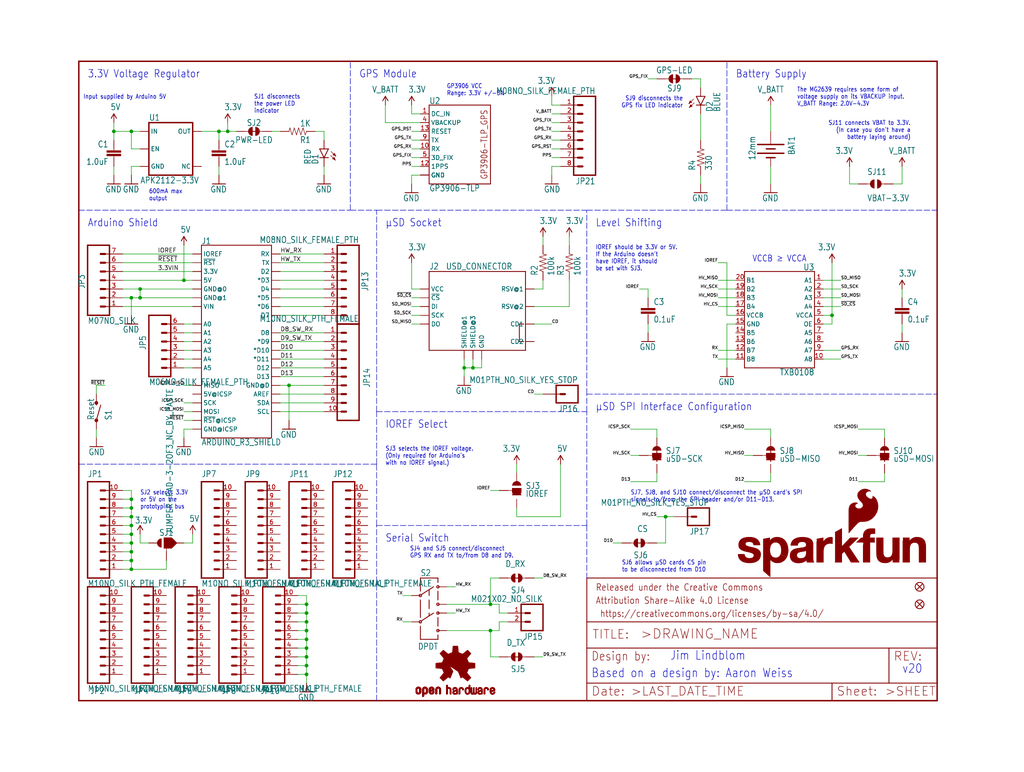
<source format=kicad_sch>
(kicad_sch (version 20211123) (generator eeschema)
  (paper "User" 297.002 223.926)
  (lib_symbols
    (symbol "eagleSchem-eagle-import:0.1UF-25V(+80{slash}-20%)(0603)"
      (property "Reference" "C" (at 1.524 2.921 0))
      (property "Value" "0.1UF-25V(+80{slash}-20%)(0603)" (at 1.524 -2.159 0))
      (symbol "0.1UF-25V(+80{slash}-20%)(0603)_1_0"
        (pin passive line (at 0 5.08 270) (length 2.54) (name "1") (number "1"))
        (pin passive line (at 0 -2.54 90) (length 2.54) (name "2") (number "2"))
      )
    )
    (symbol "eagleSchem-eagle-import:1.0UF-16V-10%(0603)"
      (property "Reference" "C" (at 1.524 2.921 0))
      (property "Value" "1.0UF-16V-10%(0603)" (at 1.524 -2.159 0))
      (symbol "1.0UF-16V-10%(0603)_1_0"
        (pin passive line (at 0 5.08 270) (length 2.54) (name "1") (number "1"))
        (pin passive line (at 0 -2.54 90) (length 2.54) (name "2") (number "2"))
      )
    )
    (symbol "eagleSchem-eagle-import:100KOHM-1{slash}10W-1%(0603)"
      (property "Reference" "R" (at -3.81 1.4986 0))
      (property "Value" "100KOHM-1{slash}10W-1%(0603)" (at -3.81 -3.302 0))
      (symbol "100KOHM-1{slash}10W-1%(0603)_1_0"
        (pin passive line (at -5.08 0 0) (length 2.54) (name "1") (number "1"))
        (pin passive line (at 5.08 0 180) (length 2.54) (name "2") (number "2"))
      )
    )
    (symbol "eagleSchem-eagle-import:1KOHM-1{slash}10W-1%(0603)"
      (property "Reference" "R" (at -3.81 1.4986 0))
      (property "Value" "1KOHM-1{slash}10W-1%(0603)" (at -3.81 -3.302 0))
      (symbol "1KOHM-1{slash}10W-1%(0603)_1_0"
        (pin passive line (at -5.08 0 0) (length 2.54) (name "1") (number "1"))
        (pin passive line (at 5.08 0 180) (length 2.54) (name "2") (number "2"))
      )
    )
    (symbol "eagleSchem-eagle-import:3.3V" (power)
      (property "Value" "3.3V" (at -1.016 3.556 0))
      (symbol "3.3V_1_0"
        (pin power_in line (at 0 0 90) (length 2.54) (name "3.3V") (number "1"))
      )
    )
    (symbol "eagleSchem-eagle-import:330OHM1{slash}10W1%(0603)"
      (property "Reference" "R" (at -3.81 1.4986 0))
      (property "Value" "330OHM1{slash}10W1%(0603)" (at -3.81 -3.302 0))
      (symbol "330OHM1{slash}10W1%(0603)_1_0"
        (pin passive line (at -5.08 0 0) (length 2.54) (name "1") (number "1"))
        (pin passive line (at 5.08 0 180) (length 2.54) (name "2") (number "2"))
      )
    )
    (symbol "eagleSchem-eagle-import:5V" (power)
      (property "Value" "5V" (at -1.016 3.556 0))
      (symbol "5V_1_0"
        (pin power_in line (at 0 0 90) (length 2.54) (name "5V") (number "1"))
      )
    )
    (symbol "eagleSchem-eagle-import:ARDUINO_R3_SHIELD_ICSP-NO_LABELS"
      (property "Reference" "J" (at -10.16 28.194 0))
      (property "Value" "ARDUINO_R3_SHIELD_ICSP-NO_LABELS" (at -10.16 -28.194 0))
      (symbol "ARDUINO_R3_SHIELD_ICSP-NO_LABELS_1_0"
        (pin bidirectional line (at -12.7 20.32 0) (length 2.54) (name "3.3V") (number "3.3V"))
        (pin bidirectional line (at -12.7 17.78 0) (length 2.54) (name "5V") (number "5V"))
        (pin bidirectional line (at -12.7 -15.24 0) (length 2.54) (name "5V@ICSP") (number "5V_ICSP"))
        (pin bidirectional line (at -12.7 5.08 0) (length 2.54) (name "A0") (number "A0"))
        (pin bidirectional line (at -12.7 2.54 0) (length 2.54) (name "A1") (number "A1"))
        (pin bidirectional line (at -12.7 0 0) (length 2.54) (name "A2") (number "A2"))
        (pin bidirectional line (at -12.7 -2.54 0) (length 2.54) (name "A3") (number "A3"))
        (pin bidirectional line (at -12.7 -5.08 0) (length 2.54) (name "A4") (number "A4"))
        (pin bidirectional line (at -12.7 -7.62 0) (length 2.54) (name "A5") (number "A5"))
        (pin bidirectional line (at 12.7 -15.24 180) (length 2.54) (name "AREF") (number "AREF"))
        (pin bidirectional line (at 12.7 -2.54 180) (length 2.54) (name "*D10") (number "D10"))
        (pin bidirectional line (at 12.7 -5.08 180) (length 2.54) (name "*D11") (number "D11"))
        (pin bidirectional line (at 12.7 -7.62 180) (length 2.54) (name "D12") (number "D12"))
        (pin bidirectional line (at 12.7 -10.16 180) (length 2.54) (name "D13") (number "D13"))
        (pin bidirectional line (at 12.7 20.32 180) (length 2.54) (name "D2") (number "D2"))
        (pin bidirectional line (at 12.7 17.78 180) (length 2.54) (name "*D3") (number "D3"))
        (pin bidirectional line (at 12.7 15.24 180) (length 2.54) (name "D4") (number "D4"))
        (pin bidirectional line (at 12.7 12.7 180) (length 2.54) (name "*D5") (number "D5"))
        (pin bidirectional line (at 12.7 10.16 180) (length 2.54) (name "*D6") (number "D6"))
        (pin bidirectional line (at 12.7 7.62 180) (length 2.54) (name "D7") (number "D7"))
        (pin bidirectional line (at 12.7 2.54 180) (length 2.54) (name "D8") (number "D8"))
        (pin bidirectional line (at 12.7 0 180) (length 2.54) (name "*D9") (number "D9"))
        (pin bidirectional line (at -12.7 15.24 0) (length 2.54) (name "GND@0") (number "GND@0"))
        (pin bidirectional line (at -12.7 12.7 0) (length 2.54) (name "GND@1") (number "GND@1"))
        (pin bidirectional line (at 12.7 -12.7 180) (length 2.54) (name "GND@D") (number "GND@2"))
        (pin bidirectional line (at -12.7 -25.4 0) (length 2.54) (name "GND@ICSP") (number "GND_ICSP"))
        (pin bidirectional line (at -12.7 25.4 0) (length 2.54) (name "IOREF") (number "IOREF"))
        (pin bidirectional line (at -12.7 -12.7 0) (length 2.54) (name "MISO") (number "MISO"))
        (pin bidirectional line (at -12.7 -20.32 0) (length 2.54) (name "MOSI") (number "MOSI"))
        (pin bidirectional line (at -12.7 22.86 0) (length 2.54) (name "~{RST}") (number "RES"))
        (pin bidirectional line (at -12.7 -22.86 0) (length 2.54) (name "~{RST}@ICSP") (number "RST_ICSP"))
        (pin bidirectional line (at 12.7 25.4 180) (length 2.54) (name "RX") (number "RX"))
        (pin bidirectional line (at -12.7 -17.78 0) (length 2.54) (name "SCK") (number "SCK"))
        (pin bidirectional line (at 12.7 -20.32 180) (length 2.54) (name "SCL") (number "SCL"))
        (pin bidirectional line (at 12.7 -17.78 180) (length 2.54) (name "SDA") (number "SDA"))
        (pin bidirectional line (at 12.7 22.86 180) (length 2.54) (name "TX") (number "TX"))
        (pin bidirectional line (at -12.7 10.16 0) (length 2.54) (name "VIN") (number "VIN"))
      )
    )
    (symbol "eagleSchem-eagle-import:BATTERY12MM"
      (property "Reference" "BAT" (at -3.81 5.08 0))
      (property "Value" "BATTERY12MM" (at -3.81 -6.35 0))
      (symbol "BATTERY12MM_1_0"
        (pin power_in line (at 5.08 0 180) (length 2.54) (name "-") (number "GND"))
        (pin power_in line (at -5.08 0 0) (length 2.54) (name "+") (number "PWR@1"))
      )
    )
    (symbol "eagleSchem-eagle-import:FIDUCIAL1X2")
    (symbol "eagleSchem-eagle-import:FRAME-LETTER"
      (symbol "FRAME-LETTER_2_0"
        (text " https://creativecommons.org/licenses/by-sa/4.0/" (at 2.54 24.13 0) (effects (font (size 1.9304 1.6408)) (justify left bottom)))
        (text ">DRAWING_NAME" (at 15.494 17.78 0) (effects (font (size 2.7432 2.7432)) (justify left bottom)))
        (text ">LAST_DATE_TIME" (at 12.7 1.27 0) (effects (font (size 2.54 2.54)) (justify left bottom)))
        (text ">SHEET" (at 86.36 1.27 0) (effects (font (size 2.54 2.54)) (justify left bottom)))
        (text "Attribution Share-Alike 4.0 License" (at 2.54 27.94 0) (effects (font (size 1.9304 1.6408)) (justify left bottom)))
        (text "Date:" (at 1.27 1.27 0) (effects (font (size 2.54 2.54)) (justify left bottom)))
        (text "Design by:" (at 1.27 11.43 0) (effects (font (size 2.54 2.159)) (justify left bottom)))
        (text "Released under the Creative Commons" (at 2.54 31.75 0) (effects (font (size 1.9304 1.6408)) (justify left bottom)))
        (text "REV:" (at 88.9 11.43 0) (effects (font (size 2.54 2.54)) (justify left bottom)))
        (text "Sheet:" (at 72.39 1.27 0) (effects (font (size 2.54 2.54)) (justify left bottom)))
        (text "TITLE:" (at 1.524 17.78 0) (effects (font (size 2.54 2.54)) (justify left bottom)))
      )
    )
    (symbol "eagleSchem-eagle-import:GND" (power)
      (property "Value" "GND" (at -2.54 -2.54 0))
      (symbol "GND_1_0"
        (pin power_in line (at 0 2.54 270) (length 2.54) (name "GND") (number "1"))
      )
    )
    (symbol "eagleSchem-eagle-import:GP3906-TLP"
      (property "Reference" "U" (at -10.16 12.954 0))
      (property "Value" "GP3906-TLP" (at -10.16 -10.414 0))
      (symbol "GP3906-TLP_1_0"
        (text "GP3906-TLP_GPS" (at 6.858 1.27 900) (effects (font (size 1.778 1.5113)) (justify bottom)))
        (pin bidirectional line (at -12.7 10.16 0) (length 2.54) (name "DC_IN") (number "1"))
        (pin bidirectional line (at -12.7 0 0) (length 2.54) (name "RX") (number "10"))
        (pin bidirectional line (at -12.7 -7.62 0) (length 2.54) (name "GND") (number "11"))
        (pin bidirectional line (at -12.7 -5.08 0) (length 2.54) (name "1PPS") (number "12"))
        (pin bidirectional line (at -12.7 5.08 0) (length 2.54) (name "RESET") (number "13"))
        (pin bidirectional line (at -12.7 -7.62 0) (length 2.54) (name "GND") (number "20"))
        (pin bidirectional line (at -12.7 -7.62 0) (length 2.54) (name "GND") (number "3"))
        (pin bidirectional line (at -12.7 7.62 0) (length 2.54) (name "VBACKUP") (number "4"))
        (pin bidirectional line (at -12.7 -2.54 0) (length 2.54) (name "3D_FIX") (number "5"))
        (pin bidirectional line (at -12.7 -7.62 0) (length 2.54) (name "GND") (number "8"))
        (pin bidirectional line (at -12.7 2.54 0) (length 2.54) (name "TX") (number "9"))
      )
    )
    (symbol "eagleSchem-eagle-import:JUMPER-PAD-2-NC_BY_TRACE"
      (property "Reference" "SJ" (at -2.54 2.54 0))
      (property "Value" "JUMPER-PAD-2-NC_BY_TRACE" (at -2.54 -5.08 0))
      (symbol "JUMPER-PAD-2-NC_BY_TRACE_1_0"
        (pin passive line (at -5.08 0 0) (length 2.54) (name "1") (number "1"))
        (pin passive line (at 5.08 0 180) (length 2.54) (name "2") (number "2"))
      )
    )
    (symbol "eagleSchem-eagle-import:JUMPER-PAD-2-NOYES_SILK"
      (property "Reference" "SJ" (at -2.54 2.54 0))
      (property "Value" "JUMPER-PAD-2-NOYES_SILK" (at -2.54 -5.08 0))
      (symbol "JUMPER-PAD-2-NOYES_SILK_1_0"
        (pin passive line (at -5.08 0 0) (length 2.54) (name "1") (number "1"))
        (pin passive line (at 5.08 0 180) (length 2.54) (name "2") (number "2"))
      )
    )
    (symbol "eagleSchem-eagle-import:JUMPER-PAD-3-2OF3_NC_BY_PASTE"
      (property "Reference" "SJ" (at 2.54 0.381 0))
      (property "Value" "JUMPER-PAD-3-2OF3_NC_BY_PASTE" (at 2.54 -1.905 0))
      (symbol "JUMPER-PAD-3-2OF3_NC_BY_PASTE_1_0"
        (pin passive line (at 0 5.08 270) (length 2.54) (name "1") (number "1"))
        (pin passive line (at -5.08 0 0) (length 2.54) (name "2") (number "2"))
        (pin passive line (at 0 -5.08 90) (length 2.54) (name "3") (number "3"))
      )
    )
    (symbol "eagleSchem-eagle-import:JUMPER-PAD-3-NC_BY_TRACE"
      (property "Reference" "SJ" (at 2.54 0.381 0))
      (property "Value" "JUMPER-PAD-3-NC_BY_TRACE" (at 2.54 -1.905 0))
      (symbol "JUMPER-PAD-3-NC_BY_TRACE_1_0"
        (pin passive line (at 0 5.08 270) (length 2.54) (name "1") (number "1"))
        (pin passive line (at -5.08 0 0) (length 2.54) (name "2") (number "2"))
        (pin passive line (at 0 -5.08 90) (length 2.54) (name "3") (number "3"))
      )
    )
    (symbol "eagleSchem-eagle-import:JUMPER-PAD-3-NOYES_SILK"
      (property "Reference" "SJ" (at 2.54 0.381 0))
      (property "Value" "JUMPER-PAD-3-NOYES_SILK" (at 2.54 -1.905 0))
      (symbol "JUMPER-PAD-3-NOYES_SILK_1_0"
        (pin passive line (at 0 5.08 270) (length 2.54) (name "1") (number "1"))
        (pin passive line (at -5.08 0 0) (length 2.54) (name "2") (number "2"))
        (pin passive line (at 0 -5.08 90) (length 2.54) (name "3") (number "3"))
      )
    )
    (symbol "eagleSchem-eagle-import:LED-BLUE0603"
      (property "Reference" "D" (at 3.556 -4.572 90))
      (property "Value" "LED-BLUE0603" (at 5.715 -4.572 90))
      (symbol "LED-BLUE0603_1_0"
        (pin passive line (at 0 2.54 270) (length 2.54) (name "A") (number "A"))
        (pin passive line (at 0 -5.08 90) (length 2.54) (name "C") (number "C"))
      )
    )
    (symbol "eagleSchem-eagle-import:LED-RED0603"
      (property "Reference" "D" (at 3.556 -4.572 90))
      (property "Value" "LED-RED0603" (at 5.715 -4.572 90))
      (symbol "LED-RED0603_1_0"
        (pin passive line (at 0 2.54 270) (length 2.54) (name "A") (number "A"))
        (pin passive line (at 0 -5.08 90) (length 2.54) (name "C") (number "C"))
      )
    )
    (symbol "eagleSchem-eagle-import:M01PTH_NO_SILK_YES_STOP"
      (property "Reference" "JP" (at -2.54 3.302 0))
      (property "Value" "M01PTH_NO_SILK_YES_STOP" (at -2.54 -5.08 0))
      (symbol "M01PTH_NO_SILK_YES_STOP_1_0"
        (pin passive line (at 7.62 0 180) (length 5.08) (name "1") (number "1"))
      )
    )
    (symbol "eagleSchem-eagle-import:M021X02_NO_SILK"
      (property "Reference" "JP" (at -2.54 5.842 0))
      (property "Value" "M021X02_NO_SILK" (at -2.54 -5.08 0))
      (symbol "M021X02_NO_SILK_1_0"
        (pin passive line (at 7.62 0 180) (length 5.08) (name "1") (number "1"))
        (pin passive line (at 7.62 2.54 180) (length 5.08) (name "2") (number "2"))
      )
    )
    (symbol "eagleSchem-eagle-import:M06NO_SILK_FEMALE_PTH"
      (property "Reference" "JP" (at -5.08 10.922 0))
      (property "Value" "M06NO_SILK_FEMALE_PTH" (at -5.08 -10.16 0))
      (symbol "M06NO_SILK_FEMALE_PTH_1_0"
        (pin passive line (at 5.08 -5.08 180) (length 5.08) (name "1") (number "1"))
        (pin passive line (at 5.08 -2.54 180) (length 5.08) (name "2") (number "2"))
        (pin passive line (at 5.08 0 180) (length 5.08) (name "3") (number "3"))
        (pin passive line (at 5.08 2.54 180) (length 5.08) (name "4") (number "4"))
        (pin passive line (at 5.08 5.08 180) (length 5.08) (name "5") (number "5"))
        (pin passive line (at 5.08 7.62 180) (length 5.08) (name "6") (number "6"))
      )
    )
    (symbol "eagleSchem-eagle-import:M07NO_SILK"
      (property "Reference" "JP" (at -5.08 13.462 0))
      (property "Value" "M07NO_SILK" (at -5.08 -10.16 0))
      (symbol "M07NO_SILK_1_0"
        (pin passive line (at 5.08 -5.08 180) (length 5.08) (name "1") (number "1"))
        (pin passive line (at 5.08 -2.54 180) (length 5.08) (name "2") (number "2"))
        (pin passive line (at 5.08 0 180) (length 5.08) (name "3") (number "3"))
        (pin passive line (at 5.08 2.54 180) (length 5.08) (name "4") (number "4"))
        (pin passive line (at 5.08 5.08 180) (length 5.08) (name "5") (number "5"))
        (pin passive line (at 5.08 7.62 180) (length 5.08) (name "6") (number "6"))
        (pin passive line (at 5.08 10.16 180) (length 5.08) (name "7") (number "7"))
      )
    )
    (symbol "eagleSchem-eagle-import:M08NO_SILK_FEMALE_PTH"
      (property "Reference" "JP" (at -5.08 13.462 0))
      (property "Value" "M08NO_SILK_FEMALE_PTH" (at -5.08 -12.7 0))
      (symbol "M08NO_SILK_FEMALE_PTH_1_0"
        (pin passive line (at 5.08 -7.62 180) (length 5.08) (name "1") (number "1"))
        (pin passive line (at 5.08 -5.08 180) (length 5.08) (name "2") (number "2"))
        (pin passive line (at 5.08 -2.54 180) (length 5.08) (name "3") (number "3"))
        (pin passive line (at 5.08 0 180) (length 5.08) (name "4") (number "4"))
        (pin passive line (at 5.08 2.54 180) (length 5.08) (name "5") (number "5"))
        (pin passive line (at 5.08 5.08 180) (length 5.08) (name "6") (number "6"))
        (pin passive line (at 5.08 7.62 180) (length 5.08) (name "7") (number "7"))
        (pin passive line (at 5.08 10.16 180) (length 5.08) (name "8") (number "8"))
      )
    )
    (symbol "eagleSchem-eagle-import:M10NO_SILK_PTH_FEMALE"
      (property "Reference" "JP" (at 0 8.89 0))
      (property "Value" "M10NO_SILK_PTH_FEMALE" (at 0 -22.86 0))
      (symbol "M10NO_SILK_PTH_FEMALE_1_0"
        (pin passive line (at 10.16 -17.78 180) (length 5.08) (name "1") (number "1"))
        (pin passive line (at 10.16 5.08 180) (length 5.08) (name "10") (number "10"))
        (pin passive line (at 10.16 -15.24 180) (length 5.08) (name "2") (number "2"))
        (pin passive line (at 10.16 -12.7 180) (length 5.08) (name "3") (number "3"))
        (pin passive line (at 10.16 -10.16 180) (length 5.08) (name "4") (number "4"))
        (pin passive line (at 10.16 -7.62 180) (length 5.08) (name "5") (number "5"))
        (pin passive line (at 10.16 -5.08 180) (length 5.08) (name "6") (number "6"))
        (pin passive line (at 10.16 -2.54 180) (length 5.08) (name "7") (number "7"))
        (pin passive line (at 10.16 0 180) (length 5.08) (name "8") (number "8"))
        (pin passive line (at 10.16 2.54 180) (length 5.08) (name "9") (number "9"))
      )
    )
    (symbol "eagleSchem-eagle-import:OSHW-LOGOM")
    (symbol "eagleSchem-eagle-import:SFE_LOGO_NAME_FLAME.1_INCH")
    (symbol "eagleSchem-eagle-import:SWITCH-DPDTAYZ0202"
      (property "Reference" "S" (at -2.54 8.128 0))
      (property "Value" "SWITCH-DPDTAYZ0202" (at -2.54 -12.7 0))
      (symbol "SWITCH-DPDTAYZ0202_1_0"
        (pin bidirectional line (at 5.08 5.08 180) (length 2.54) (name "1") (number "1"))
        (pin bidirectional line (at -5.08 2.54 0) (length 2.54) (name "2") (number "2"))
        (pin bidirectional line (at 5.08 0 180) (length 2.54) (name "3") (number "3"))
        (pin bidirectional line (at 5.08 -2.54 180) (length 2.54) (name "4") (number "4"))
        (pin bidirectional line (at -5.08 -5.08 0) (length 2.54) (name "5") (number "5"))
        (pin bidirectional line (at 5.08 -7.62 180) (length 2.54) (name "6") (number "6"))
      )
    )
    (symbol "eagleSchem-eagle-import:SWITCH-MOMENTARY-2SMD"
      (property "Reference" "S" (at -2.54 2.54 0))
      (property "Value" "SWITCH-MOMENTARY-2SMD" (at -2.54 -2.54 0))
      (symbol "SWITCH-MOMENTARY-2SMD_1_0"
        (pin passive line (at -5.08 0 0) (length 2.54) (name "1") (number "1"))
        (pin passive line (at 5.08 0 180) (length 2.54) (name "2") (number "3"))
      )
    )
    (symbol "eagleSchem-eagle-import:TXB0108"
      (property "Reference" "U" (at -10.16 13.97 0))
      (property "Value" "TXB0108" (at -10.16 -16.51 0))
      (symbol "TXB0108_1_0"
        (pin bidirectional line (at -12.7 10.16 0) (length 2.54) (name "A1") (number "1"))
        (pin bidirectional line (at -12.7 -12.7 0) (length 2.54) (name "A8") (number "10"))
        (pin bidirectional line (at 12.7 -12.7 180) (length 2.54) (name "B8") (number "11"))
        (pin bidirectional line (at 12.7 -10.16 180) (length 2.54) (name "B7") (number "12"))
        (pin bidirectional line (at 12.7 -7.62 180) (length 2.54) (name "B6") (number "13"))
        (pin bidirectional line (at 12.7 -5.08 180) (length 2.54) (name "B5") (number "14"))
        (pin bidirectional line (at 12.7 -2.54 180) (length 2.54) (name "GND") (number "15"))
        (pin bidirectional line (at 12.7 0 180) (length 2.54) (name "VCCB") (number "16"))
        (pin bidirectional line (at 12.7 2.54 180) (length 2.54) (name "B4") (number "17"))
        (pin bidirectional line (at 12.7 5.08 180) (length 2.54) (name "B3") (number "18"))
        (pin bidirectional line (at 12.7 7.62 180) (length 2.54) (name "B2") (number "19"))
        (pin bidirectional line (at -12.7 7.62 0) (length 2.54) (name "A2") (number "2"))
        (pin bidirectional line (at 12.7 10.16 180) (length 2.54) (name "B1") (number "20"))
        (pin bidirectional line (at -12.7 5.08 0) (length 2.54) (name "A3") (number "3"))
        (pin bidirectional line (at -12.7 2.54 0) (length 2.54) (name "A4") (number "4"))
        (pin bidirectional line (at -12.7 0 0) (length 2.54) (name "VCCA") (number "5"))
        (pin bidirectional line (at -12.7 -2.54 0) (length 2.54) (name "OE") (number "6"))
        (pin bidirectional line (at -12.7 -5.08 0) (length 2.54) (name "A5") (number "7"))
        (pin bidirectional line (at -12.7 -7.62 0) (length 2.54) (name "A6") (number "8"))
        (pin bidirectional line (at -12.7 -10.16 0) (length 2.54) (name "A7") (number "9"))
      )
    )
    (symbol "eagleSchem-eagle-import:USD_CONNECTOR"
      (property "Reference" "J" (at -12.7 10.668 0))
      (property "Value" "USD_CONNECTOR" (at -7.874 10.668 0))
      (symbol "USD_CONNECTOR_1_0"
        (pin bidirectional line (at 17.78 -5.08 180) (length 2.54) (name "CD1") (number "CD1"))
        (pin bidirectional line (at 17.78 -10.16 180) (length 2.54) (name "CD2") (number "CD2"))
        (pin bidirectional line (at -15.24 2.54 0) (length 2.54) (name "~{CS}") (number "CS"))
        (pin bidirectional line (at -15.24 0 0) (length 2.54) (name "DI") (number "DI"))
        (pin bidirectional line (at -15.24 -5.08 0) (length 2.54) (name "DO") (number "DO"))
        (pin bidirectional line (at 2.54 -15.24 90) (length 2.54) (name "GND") (number "GND"))
        (pin bidirectional line (at -2.54 -15.24 90) (length 2.54) (name "SHIELD@1") (number "GND1"))
        (pin bidirectional line (at 0 -15.24 90) (length 2.54) (name "SHIELD@3") (number "GND3"))
        (pin bidirectional line (at 17.78 5.08 180) (length 2.54) (name "RSV@1") (number "RSV1"))
        (pin bidirectional line (at 17.78 0 180) (length 2.54) (name "RSV@2") (number "RSV2"))
        (pin bidirectional line (at -15.24 -2.54 0) (length 2.54) (name "SCK") (number "SCLK"))
        (pin bidirectional line (at -15.24 5.08 0) (length 2.54) (name "VCC") (number "VCC"))
      )
    )
    (symbol "eagleSchem-eagle-import:V_BATT" (power)
      (property "Value" "V_BATT" (at -1.016 3.556 0))
      (symbol "V_BATT_1_0"
        (pin power_in line (at 0 0 90) (length 2.54) (name "V_BATT") (number "1"))
      )
    )
    (symbol "eagleSchem-eagle-import:V_REG_AP2112K-3.3V"
      (property "Reference" "U" (at -7.62 9.144 0))
      (property "Value" "V_REG_AP2112K-3.3V" (at -7.62 -11.43 0))
      (symbol "V_REG_AP2112K-3.3V_1_0"
        (pin input line (at -10.16 5.08 0) (length 2.54) (name "IN") (number "1"))
        (pin input line (at -10.16 -5.08 0) (length 2.54) (name "GND") (number "2"))
        (pin input line (at -10.16 0 0) (length 2.54) (name "EN") (number "3"))
        (pin input line (at 7.62 -5.08 180) (length 2.54) (name "NC") (number "4"))
        (pin passive line (at 7.62 5.08 180) (length 2.54) (name "OUT") (number "5"))
      )
    )
  )
  (junction (at 38.1 162.56))
  (junction (at 88.9 177.8))
  (junction (at 53.34 81.28))
  (junction (at 137.16 106.68))
  (junction (at 88.9 182.88))
  (junction (at 88.9 187.96))
  (junction (at 66.04 38.1))
  (junction (at 88.9 180.34))
  (junction (at 193.04 149.86))
  (junction (at 38.1 157.48))
  (junction (at 63.5 38.1))
  (junction (at 88.9 175.26))
  (junction (at 38.1 147.32))
  (junction (at 38.1 144.78))
  (junction (at 40.64 86.36))
  (junction (at 88.9 193.04))
  (junction (at 38.1 160.02))
  (junction (at 38.1 38.1))
  (junction (at 241.3 91.44))
  (junction (at 142.24 175.26))
  (junction (at 40.64 83.82))
  (junction (at 38.1 152.4))
  (junction (at 83.82 111.76))
  (junction (at 142.24 182.88))
  (junction (at 33.02 38.1))
  (junction (at 88.9 185.42))
  (junction (at 38.1 86.36))
  (junction (at 134.62 106.68))
  (junction (at 88.9 190.5))
  (junction (at 38.1 149.86))
  (junction (at 88.9 195.58))
  (junction (at 38.1 165.1))
  (junction (at 38.1 154.94))
  (wire (pts (xy 223.52 127) (xy 223.52 124.46)))
  (wire (pts (xy 35.56 78.74) (xy 55.88 78.74)))
  (wire (pts (xy 40.64 83.82) (xy 55.88 83.82)))
  (wire (pts (xy 88.9 180.34) (xy 88.9 182.88)))
  (polyline (pts (xy 109.22 60.96) (xy 170.18 60.96)))
  (wire (pts (xy 63.5 50.8) (xy 63.5 48.26)))
  (wire (pts (xy 121.92 33.02) (xy 119.38 33.02)))
  (wire (pts (xy 203.2 22.86) (xy 203.2 25.4)))
  (polyline (pts (xy 109.22 119.38) (xy 109.22 60.96)))
  (wire (pts (xy 93.98 99.06) (xy 81.28 99.06)))
  (wire (pts (xy 27.94 111.76) (xy 30.48 111.76)))
  (polyline (pts (xy 109.22 134.62) (xy 22.86 134.62)))
  (wire (pts (xy 38.1 43.18) (xy 38.1 38.1)))
  (wire (pts (xy 251.46 132.08) (xy 248.92 132.08)))
  (wire (pts (xy 160.02 93.98) (xy 154.94 93.98)))
  (wire (pts (xy 256.54 127) (xy 256.54 124.46)))
  (wire (pts (xy 162.56 48.26) (xy 160.02 48.26)))
  (wire (pts (xy 86.36 185.42) (xy 88.9 185.42)))
  (wire (pts (xy 35.56 144.78) (xy 38.1 144.78)))
  (wire (pts (xy 35.56 149.86) (xy 38.1 149.86)))
  (polyline (pts (xy 22.86 60.96) (xy 101.6 60.96)))
  (wire (pts (xy 238.76 91.44) (xy 241.3 91.44)))
  (wire (pts (xy 144.78 167.64) (xy 142.24 167.64)))
  (wire (pts (xy 193.04 149.86) (xy 190.5 149.86)))
  (polyline (pts (xy 109.22 203.2) (xy 109.22 152.4)))
  (wire (pts (xy 129.54 177.8) (xy 132.08 177.8)))
  (polyline (pts (xy 170.18 114.3) (xy 170.18 60.96)))
  (wire (pts (xy 139.7 106.68) (xy 137.16 106.68)))
  (wire (pts (xy 53.34 124.46) (xy 53.34 127)))
  (wire (pts (xy 88.9 185.42) (xy 88.9 187.96)))
  (wire (pts (xy 213.36 83.82) (xy 208.28 83.82)))
  (wire (pts (xy 238.76 104.14) (xy 243.84 104.14)))
  (polyline (pts (xy 101.6 60.96) (xy 109.22 60.96)))
  (wire (pts (xy 238.76 81.28) (xy 243.84 81.28)))
  (wire (pts (xy 55.88 111.76) (xy 53.34 111.76)))
  (wire (pts (xy 58.42 38.1) (xy 63.5 38.1)))
  (wire (pts (xy 223.52 139.7) (xy 215.9 139.7)))
  (wire (pts (xy 93.98 73.66) (xy 81.28 73.66)))
  (wire (pts (xy 38.1 86.36) (xy 38.1 91.44)))
  (wire (pts (xy 86.36 175.26) (xy 88.9 175.26)))
  (wire (pts (xy 33.02 38.1) (xy 33.02 35.56)))
  (wire (pts (xy 154.94 83.82) (xy 157.48 83.82)))
  (wire (pts (xy 180.34 157.48) (xy 177.8 157.48)))
  (wire (pts (xy 121.92 83.82) (xy 119.38 83.82)))
  (wire (pts (xy 55.88 119.38) (xy 53.34 119.38)))
  (wire (pts (xy 93.98 116.84) (xy 81.28 116.84)))
  (wire (pts (xy 210.82 91.44) (xy 210.82 76.2)))
  (wire (pts (xy 154.94 190.5) (xy 157.48 190.5)))
  (wire (pts (xy 88.9 177.8) (xy 88.9 180.34)))
  (wire (pts (xy 193.04 157.48) (xy 193.04 149.86)))
  (polyline (pts (xy 101.6 60.96) (xy 101.6 17.78)))
  (wire (pts (xy 38.1 160.02) (xy 38.1 157.48)))
  (wire (pts (xy 93.98 83.82) (xy 81.28 83.82)))
  (wire (pts (xy 43.18 157.48) (xy 40.64 157.48)))
  (wire (pts (xy 119.38 180.34) (xy 116.84 180.34)))
  (wire (pts (xy 86.36 187.96) (xy 88.9 187.96)))
  (wire (pts (xy 203.2 50.8) (xy 203.2 53.34)))
  (wire (pts (xy 38.1 48.26) (xy 38.1 50.8)))
  (wire (pts (xy 190.5 139.7) (xy 182.88 139.7)))
  (wire (pts (xy 35.56 83.82) (xy 40.64 83.82)))
  (wire (pts (xy 190.5 137.16) (xy 190.5 139.7)))
  (wire (pts (xy 93.98 114.3) (xy 81.28 114.3)))
  (wire (pts (xy 210.82 76.2) (xy 208.28 76.2)))
  (wire (pts (xy 162.56 40.64) (xy 160.02 40.64)))
  (wire (pts (xy 142.24 190.5) (xy 144.78 190.5)))
  (polyline (pts (xy 170.18 119.38) (xy 170.18 114.3)))
  (wire (pts (xy 137.16 106.68) (xy 134.62 106.68)))
  (wire (pts (xy 35.56 157.48) (xy 38.1 157.48)))
  (wire (pts (xy 93.98 104.14) (xy 81.28 104.14)))
  (wire (pts (xy 93.98 111.76) (xy 83.82 111.76)))
  (polyline (pts (xy 170.18 60.96) (xy 210.82 60.96)))
  (polyline (pts (xy 109.22 152.4) (xy 170.18 152.4)))
  (wire (pts (xy 83.82 121.92) (xy 83.82 111.76)))
  (wire (pts (xy 38.1 157.48) (xy 38.1 154.94)))
  (wire (pts (xy 53.34 99.06) (xy 55.88 99.06)))
  (wire (pts (xy 86.36 195.58) (xy 88.9 195.58)))
  (wire (pts (xy 53.34 157.48) (xy 55.88 157.48)))
  (wire (pts (xy 35.56 154.94) (xy 38.1 154.94)))
  (wire (pts (xy 121.92 86.36) (xy 119.38 86.36)))
  (wire (pts (xy 55.88 121.92) (xy 53.34 121.92)))
  (wire (pts (xy 53.34 104.14) (xy 55.88 104.14)))
  (polyline (pts (xy 210.82 60.96) (xy 210.82 17.78)))
  (wire (pts (xy 213.36 93.98) (xy 210.82 93.98)))
  (wire (pts (xy 55.88 157.48) (xy 55.88 154.94)))
  (wire (pts (xy 256.54 139.7) (xy 248.92 139.7)))
  (wire (pts (xy 187.96 93.98) (xy 187.96 96.52)))
  (wire (pts (xy 213.36 91.44) (xy 210.82 91.44)))
  (wire (pts (xy 190.5 124.46) (xy 182.88 124.46)))
  (wire (pts (xy 200.66 22.86) (xy 203.2 22.86)))
  (wire (pts (xy 241.3 91.44) (xy 241.3 76.2)))
  (wire (pts (xy 119.38 83.82) (xy 119.38 76.2)))
  (wire (pts (xy 66.04 38.1) (xy 68.58 38.1)))
  (wire (pts (xy 27.94 127) (xy 27.94 124.46)))
  (wire (pts (xy 55.88 124.46) (xy 53.34 124.46)))
  (wire (pts (xy 213.36 101.6) (xy 208.28 101.6)))
  (wire (pts (xy 88.9 175.26) (xy 88.9 177.8)))
  (wire (pts (xy 193.04 149.86) (xy 195.58 149.86)))
  (polyline (pts (xy 170.18 114.3) (xy 271.78 114.3)))
  (wire (pts (xy 93.98 81.28) (xy 81.28 81.28)))
  (wire (pts (xy 121.92 88.9) (xy 119.38 88.9)))
  (wire (pts (xy 63.5 38.1) (xy 63.5 40.64)))
  (wire (pts (xy 93.98 109.22) (xy 81.28 109.22)))
  (wire (pts (xy 88.9 195.58) (xy 88.9 198.12)))
  (wire (pts (xy 35.56 88.9) (xy 55.88 88.9)))
  (wire (pts (xy 35.56 76.2) (xy 55.88 76.2)))
  (wire (pts (xy 93.98 106.68) (xy 81.28 106.68)))
  (wire (pts (xy 248.92 53.34) (xy 246.38 53.34)))
  (wire (pts (xy 144.78 182.88) (xy 142.24 182.88)))
  (wire (pts (xy 238.76 101.6) (xy 243.84 101.6)))
  (wire (pts (xy 119.38 172.72) (xy 116.84 172.72)))
  (wire (pts (xy 213.36 86.36) (xy 208.28 86.36)))
  (wire (pts (xy 139.7 104.14) (xy 139.7 106.68)))
  (wire (pts (xy 38.1 149.86) (xy 38.1 147.32)))
  (wire (pts (xy 93.98 91.44) (xy 81.28 91.44)))
  (wire (pts (xy 38.1 38.1) (xy 33.02 38.1)))
  (polyline (pts (xy 109.22 134.62) (xy 109.22 119.38)))
  (wire (pts (xy 48.26 165.1) (xy 38.1 165.1)))
  (wire (pts (xy 157.48 68.58) (xy 157.48 71.12)))
  (wire (pts (xy 93.98 101.6) (xy 81.28 101.6)))
  (wire (pts (xy 223.52 124.46) (xy 215.9 124.46)))
  (wire (pts (xy 162.56 38.1) (xy 160.02 38.1)))
  (wire (pts (xy 259.08 53.34) (xy 261.62 53.34)))
  (wire (pts (xy 129.54 182.88) (xy 142.24 182.88)))
  (wire (pts (xy 38.1 86.36) (xy 40.64 86.36)))
  (wire (pts (xy 35.56 160.02) (xy 38.1 160.02)))
  (wire (pts (xy 162.56 33.02) (xy 160.02 33.02)))
  (wire (pts (xy 86.36 182.88) (xy 88.9 182.88)))
  (wire (pts (xy 38.1 165.1) (xy 38.1 162.56)))
  (wire (pts (xy 165.1 68.58) (xy 165.1 71.12)))
  (wire (pts (xy 38.1 144.78) (xy 38.1 142.24)))
  (wire (pts (xy 121.92 48.26) (xy 119.38 48.26)))
  (wire (pts (xy 93.98 86.36) (xy 81.28 86.36)))
  (wire (pts (xy 154.94 114.3) (xy 157.48 114.3)))
  (wire (pts (xy 53.34 106.68) (xy 55.88 106.68)))
  (wire (pts (xy 185.42 132.08) (xy 182.88 132.08)))
  (wire (pts (xy 121.92 43.18) (xy 119.38 43.18)))
  (wire (pts (xy 238.76 93.98) (xy 241.3 93.98)))
  (wire (pts (xy 121.92 93.98) (xy 119.38 93.98)))
  (wire (pts (xy 213.36 88.9) (xy 208.28 88.9)))
  (wire (pts (xy 86.36 172.72) (xy 88.9 172.72)))
  (wire (pts (xy 40.64 157.48) (xy 40.64 154.94)))
  (wire (pts (xy 81.28 38.1) (xy 78.74 38.1)))
  (wire (pts (xy 190.5 157.48) (xy 193.04 157.48)))
  (polyline (pts (xy 109.22 119.38) (xy 170.18 119.38)))
  (wire (pts (xy 149.86 149.86) (xy 162.56 149.86)))
  (wire (pts (xy 53.34 81.28) (xy 55.88 81.28)))
  (wire (pts (xy 35.56 142.24) (xy 38.1 142.24)))
  (wire (pts (xy 111.76 35.56) (xy 111.76 30.48)))
  (wire (pts (xy 38.1 152.4) (xy 38.1 149.86)))
  (wire (pts (xy 149.86 137.16) (xy 149.86 134.62)))
  (wire (pts (xy 162.56 30.48) (xy 160.02 30.48)))
  (wire (pts (xy 35.56 86.36) (xy 38.1 86.36)))
  (wire (pts (xy 154.94 88.9) (xy 165.1 88.9)))
  (wire (pts (xy 246.38 53.34) (xy 246.38 48.26)))
  (wire (pts (xy 53.34 93.98) (xy 55.88 93.98)))
  (wire (pts (xy 55.88 116.84) (xy 53.34 116.84)))
  (wire (pts (xy 256.54 124.46) (xy 248.92 124.46)))
  (wire (pts (xy 53.34 81.28) (xy 53.34 71.12)))
  (wire (pts (xy 93.98 38.1) (xy 93.98 40.64)))
  (wire (pts (xy 162.56 35.56) (xy 160.02 35.56)))
  (wire (pts (xy 86.36 177.8) (xy 88.9 177.8)))
  (wire (pts (xy 147.32 180.34) (xy 144.78 180.34)))
  (wire (pts (xy 35.56 162.56) (xy 38.1 162.56)))
  (wire (pts (xy 35.56 152.4) (xy 38.1 152.4)))
  (wire (pts (xy 154.94 167.64) (xy 157.48 167.64)))
  (wire (pts (xy 162.56 45.72) (xy 160.02 45.72)))
  (wire (pts (xy 238.76 83.82) (xy 243.84 83.82)))
  (wire (pts (xy 93.98 88.9) (xy 81.28 88.9)))
  (wire (pts (xy 53.34 96.52) (xy 55.88 96.52)))
  (wire (pts (xy 134.62 104.14) (xy 134.62 106.68)))
  (polyline (pts (xy 170.18 152.4) (xy 170.18 119.38)))
  (wire (pts (xy 93.98 119.38) (xy 81.28 119.38)))
  (wire (pts (xy 157.48 83.82) (xy 157.48 81.28)))
  (wire (pts (xy 86.36 190.5) (xy 88.9 190.5)))
  (wire (pts (xy 121.92 91.44) (xy 119.38 91.44)))
  (wire (pts (xy 144.78 142.24) (xy 142.24 142.24)))
  (wire (pts (xy 165.1 88.9) (xy 165.1 81.28)))
  (wire (pts (xy 83.82 111.76) (xy 81.28 111.76)))
  (polyline (pts (xy 210.82 60.96) (xy 271.78 60.96)))
  (polyline (pts (xy 109.22 152.4) (xy 109.22 134.62)))
  (wire (pts (xy 187.96 86.36) (xy 187.96 83.82)))
  (wire (pts (xy 210.82 93.98) (xy 210.82 106.68)))
  (wire (pts (xy 35.56 81.28) (xy 53.34 81.28)))
  (wire (pts (xy 66.04 38.1) (xy 66.04 35.56)))
  (wire (pts (xy 121.92 50.8) (xy 119.38 50.8)))
  (wire (pts (xy 35.56 73.66) (xy 55.88 73.66)))
  (wire (pts (xy 88.9 193.04) (xy 88.9 195.58)))
  (wire (pts (xy 121.92 35.56) (xy 111.76 35.56)))
  (wire (pts (xy 238.76 88.9) (xy 243.84 88.9)))
  (wire (pts (xy 142.24 167.64) (xy 142.24 175.26)))
  (wire (pts (xy 142.24 182.88) (xy 142.24 190.5)))
  (wire (pts (xy 86.36 180.34) (xy 88.9 180.34)))
  (wire (pts (xy 38.1 162.56) (xy 38.1 160.02)))
  (wire (pts (xy 129.54 170.18) (xy 132.08 170.18)))
  (wire (pts (xy 93.98 48.26) (xy 93.98 50.8)))
  (wire (pts (xy 190.5 127) (xy 190.5 124.46)))
  (wire (pts (xy 218.44 132.08) (xy 215.9 132.08)))
  (wire (pts (xy 162.56 149.86) (xy 162.56 134.62)))
  (wire (pts (xy 121.92 38.1) (xy 119.38 38.1)))
  (wire (pts (xy 190.5 22.86) (xy 187.96 22.86)))
  (wire (pts (xy 40.64 86.36) (xy 55.88 86.36)))
  (wire (pts (xy 149.86 147.32) (xy 149.86 149.86)))
  (wire (pts (xy 144.78 180.34) (xy 144.78 182.88)))
  (polyline (pts (xy 170.18 152.4) (xy 170.18 167.64)))
  (wire (pts (xy 38.1 147.32) (xy 38.1 144.78)))
  (wire (pts (xy 40.64 83.82) (xy 40.64 86.36)))
  (wire (pts (xy 187.96 83.82) (xy 185.42 83.82)))
  (wire (pts (xy 261.62 53.34) (xy 261.62 48.26)))
  (wire (pts (xy 35.56 147.32) (xy 38.1 147.32)))
  (wire (pts (xy 142.24 175.26) (xy 129.54 175.26)))
  (wire (pts (xy 144.78 177.8) (xy 147.32 177.8)))
  (wire (pts (xy 134.62 106.68) (xy 134.62 109.22)))
  (wire (pts (xy 261.62 96.52) (xy 261.62 93.98)))
  (wire (pts (xy 203.2 40.64) (xy 203.2 33.02)))
  (wire (pts (xy 88.9 172.72) (xy 88.9 175.26)))
  (wire (pts (xy 88.9 190.5) (xy 88.9 193.04)))
  (wire (pts (xy 213.36 104.14) (xy 208.28 104.14)))
  (wire (pts (xy 223.52 48.26) (xy 223.52 53.34)))
  (wire (pts (xy 91.44 38.1) (xy 93.98 38.1)))
  (wire (pts (xy 160.02 48.26) (xy 160.02 50.8)))
  (wire (pts (xy 93.98 76.2) (xy 81.28 76.2)))
  (wire (pts (xy 33.02 38.1) (xy 33.02 40.64)))
  (wire (pts (xy 33.02 50.8) (xy 33.02 48.26)))
  (wire (pts (xy 93.98 96.52) (xy 81.28 96.52)))
  (wire (pts (xy 256.54 137.16) (xy 256.54 139.7)))
  (wire (pts (xy 121.92 40.64) (xy 119.38 40.64)))
  (wire (pts (xy 213.36 81.28) (xy 208.28 81.28)))
  (wire (pts (xy 223.52 137.16) (xy 223.52 139.7)))
  (wire (pts (xy 119.38 33.02) (xy 119.38 30.48)))
  (wire (pts (xy 40.64 43.18) (xy 38.1 43.18)))
  (wire (pts (xy 137.16 104.14) (xy 137.16 106.68)))
  (wire (pts (xy 53.34 101.6) (xy 55.88 101.6)))
  (wire (pts (xy 48.26 162.56) (xy 48.26 165.1)))
  (wire (pts (xy 93.98 78.74) (xy 81.28 78.74)))
  (wire (pts (xy 261.62 86.36) (xy 261.62 83.82)))
  (wire (pts (xy 86.36 193.04) (xy 88.9 193.04)))
  (wire (pts (xy 144.78 175.26) (xy 144.78 177.8)))
  (wire (pts (xy 27.94 114.3) (xy 27.94 111.76)))
  (wire (pts (xy 38.1 154.94) (xy 38.1 152.4)))
  (wire (pts (xy 119.38 50.8) (xy 119.38 53.34)))
  (wire (pts (xy 63.5 38.1) (xy 66.04 38.1)))
  (wire (pts (xy 142.24 175.26) (xy 144.78 175.26)))
  (wire (pts (xy 223.52 38.1) (xy 223.52 30.48)))
  (wire (pts (xy 88.9 187.96) (xy 88.9 190.5)))
  (wire (pts (xy 88.9 182.88) (xy 88.9 185.42)))
  (wire (pts (xy 241.3 93.98) (xy 241.3 91.44)))
  (wire (pts (xy 162.56 43.18) (xy 160.02 43.18)))
  (wire (pts (xy 238.76 86.36) (xy 243.84 86.36)))
  (wire (pts (xy 160.02 30.48) (xy 160.02 27.94)))
  (wire (pts (xy 35.56 165.1) (xy 38.1 165.1)))
  (wire (pts (xy 121.92 45.72) (xy 119.38 45.72)))
  (wire (pts (xy 40.64 48.26) (xy 38.1 48.26)))
  (wire (pts (xy 38.1 38.1) (xy 40.64 38.1)))
  (text "Jim Lindblom" (at 194.31 191.77 180) (effects (font (size 2.54 2.159)) (justify left bottom)))
  (text "SJ2 selects 3.3V\nor 5V on the\nprototyping bus" (at 40.64 142.24 180) (effects (font (size 1.27 1.0795)) (justify left top)))
  (text "Input supplied by Arduino 5V" (at 24.13 28.956 180) (effects (font (size 1.27 1.0795)) (justify left bottom)))
  (text "The MG2639 requires some form of\nvoltage supply on its VBACKUP input.\nV_BATT Range: 2.0V-4.3V" (at 231.14 25.4 0) (effects (font (size 1.27 1.0795)) (justify left top)))
  (text "SJ1 disconnects\nthe power LED\nindicator" (at 73.66 33.02 180) (effects (font (size 1.27 1.0795)) (justify left bottom)))
  (text "SJ7, SJ8, and SJ10 connect/disconnect the µSD card's SPI\nsignals to/from the SPI header and/or D11-D13." (at 182.88 142.24 0) (effects (font (size 1.27 1.0795)) (justify left top)))
  (text "Arduino Shield" (at 25.4 66.04 180) (effects (font (size 2.1844 1.8567)) (justify left bottom)))
  (text "µSD Socket" (at 111.76 66.04 180) (effects (font (size 2.1844 1.8567)) (justify left bottom)))
  (text "IOREF should be 3.3V or 5V.\nIf the Arduino doesn't\nhave IOREF, it should\nbe set with SJ3." (at 172.72 71.12 0) (effects (font (size 1.27 1.0795)) (justify left top)))
  (text "µSD SPI Interface Configuration" (at 172.72 119.38 180) (effects (font (size 2.1844 1.8567)) (justify left bottom)))
  (text "Serial Switch" (at 111.76 157.48 180) (effects (font (size 2.1844 1.8567)) (justify left bottom)))
  (text "SJ4 and SJ5 connect/disconnect\nGPS RX and TX to/from D8 and D9." (at 118.872 158.496 0) (effects (font (size 1.27 1.0795)) (justify left top)))
  (text "v20" (at 261.62 195.58 180) (effects (font (size 2.54 2.159)) (justify left bottom)))
  (text "IOREF Select" (at 111.76 124.46 180) (effects (font (size 2.1844 1.8567)) (justify left bottom)))
  (text "SJ11 connects VBAT to 3.3V.\n(In case you don't have a\nbattery laying around)" (at 264.16 40.64 0) (effects (font (size 1.27 1.0795)) (justify right bottom)))
  (text "Battery Supply" (at 213.36 22.86 180) (effects (font (size 2.1844 1.8567)) (justify left bottom)))
  (text "GPS Module" (at 104.14 22.86 180) (effects (font (size 2.1844 1.8567)) (justify left bottom)))
  (text "SJ6 allows µSD cards CS pin\nto be disconnected from D10" (at 180.34 162.56 0) (effects (font (size 1.27 1.0795)) (justify left top)))
  (text "3.3V Voltage Regulator" (at 25.4 22.86 180) (effects (font (size 2.1844 1.8567)) (justify left bottom)))
  (text "SJ3 selects the IOREF voltage.\n(Only required for Arduino's\nwith no IOREF signal.)" (at 111.76 129.54 0) (effects (font (size 1.27 1.0795)) (justify left top)))
  (text "600mA max\noutput" (at 43.18 58.42 180) (effects (font (size 1.27 1.0795)) (justify left bottom)))
  (text "Level Shifting" (at 172.72 66.04 180) (effects (font (size 2.1844 1.8567)) (justify left bottom)))
  (text "VCCB ≥ VCCA" (at 226.06 76.2 180) (effects (font (size 1.778 1.5113)) (justify bottom)))
  (text "GP3906 VCC\nRange: 3.3V +/-5%" (at 129.54 27.94 180) (effects (font (size 1.27 1.0795)) (justify left bottom)))
  (text "Based on a design by: Aaron Weiss" (at 171.45 196.85 180) (effects (font (size 2.54 2.159)) (justify left bottom)))
  (text "SJ9 disconnects the\nGPS fix LED indicator" (at 198.12 27.94 180) (effects (font (size 1.27 1.0795)) (justify right top)))
  (label "HV_MISO" (at 215.9 132.08 180) (effects (font (size 0.889 0.889))))
  (label "TX" (at 208.28 104.14 180) (effects (font (size 0.889 0.889))))
  (label "IOREF" (at 142.24 142.24 180) (effects (font (size 0.889 0.889))))
  (label "HV_SCK" (at 182.88 132.08 180) (effects (font (size 0.889 0.889))))
  (label "SD_MISO" (at 243.84 81.28 0) (effects (font (size 0.889 0.889))))
  (label "ICSP_MISO" (at 53.34 111.76 180) (effects (font (size 0.889 0.889))))
  (label "D12" (at 81.28 106.68 0) (effects (font (size 1.2446 1.2446))))
  (label "GPS_FIX" (at 160.02 35.56 180) (effects (font (size 0.889 0.889))))
  (label "GPS_RX" (at 119.38 43.18 180) (effects (font (size 0.889 0.889))))
  (label "GPS_RX" (at 243.84 101.6 0) (effects (font (size 0.889 0.889))))
  (label "V_BATT" (at 160.02 33.02 180) (effects (font (size 0.889 0.889))))
  (label "D8_SW_RX" (at 81.28 96.52 0) (effects (font (size 1.2446 1.2446))))
  (label "PPS" (at 160.02 45.72 180) (effects (font (size 0.889 0.889))))
  (label "HW_RX" (at 81.28 73.66 0) (effects (font (size 1.2446 1.2446))))
  (label "D10" (at 177.8 157.48 180) (effects (font (size 0.889 0.889))))
  (label "PPS" (at 119.38 48.26 180) (effects (font (size 0.889 0.889))))
  (label "GPS_TX" (at 119.38 40.64 180) (effects (font (size 0.889 0.889))))
  (label "HW_TX" (at 81.28 76.2 0) (effects (font (size 1.2446 1.2446))))
  (label "GPS_RST" (at 160.02 43.18 180) (effects (font (size 0.889 0.889))))
  (label "RX" (at 208.28 101.6 180) (effects (font (size 0.889 0.889))))
  (label "RX" (at 116.84 180.34 180) (effects (font (size 0.889 0.889))))
  (label "SD_SCK" (at 243.84 83.82 0) (effects (font (size 0.889 0.889))))
  (label "GPS_TX" (at 243.84 104.14 0) (effects (font (size 0.889 0.889))))
  (label "IOREF" (at 208.28 76.2 180) (effects (font (size 0.889 0.889))))
  (label "D13" (at 81.28 109.22 0) (effects (font (size 1.2446 1.2446))))
  (label "GPS_RST" (at 119.38 38.1 180) (effects (font (size 0.889 0.889))))
  (label "D10" (at 81.28 101.6 0) (effects (font (size 1.2446 1.2446))))
  (label "D11" (at 81.28 104.14 0) (effects (font (size 1.2446 1.2446))))
  (label "3.3VIN" (at 45.72 78.74 0) (effects (font (size 1.2446 1.2446))))
  (label "GPS_FIX" (at 187.96 22.86 180) (effects (font (size 0.889 0.889))))
  (label "D9_SW_TX" (at 81.28 99.06 0) (effects (font (size 1.2446 1.2446))))
  (label "HV_MOSI" (at 248.92 132.08 180) (effects (font (size 0.889 0.889))))
  (label "SD_SCK" (at 119.38 91.44 180) (effects (font (size 0.889 0.889))))
  (label "GPS_TX" (at 160.02 38.1 180) (effects (font (size 0.889 0.889))))
  (label "GPS_FIX" (at 119.38 45.72 180) (effects (font (size 0.889 0.889))))
  (label "~{RESET}" (at 45.72 76.2 0) (effects (font (size 1.2446 1.2446))))
  (label "D11" (at 248.92 139.7 180) (effects (font (size 0.889 0.889))))
  (label "HV_CS" (at 208.28 88.9 180) (effects (font (size 0.889 0.889))))
  (label "HV_MOSI" (at 208.28 86.36 180) (effects (font (size 0.889 0.889))))
  (label "SD_MOSI" (at 119.38 88.9 180) (effects (font (size 0.889 0.889))))
  (label "~{SD_CS}" (at 243.84 88.9 0) (effects (font (size 0.889 0.889))))
  (label "ICSP_SCK" (at 53.34 116.84 180) (effects (font (size 0.889 0.889))))
  (label "HV_SCK" (at 208.28 83.82 180) (effects (font (size 0.889 0.889))))
  (label "ICSP_MISO" (at 215.9 124.46 180) (effects (font (size 0.889 0.889))))
  (label "D9_SW_TX" (at 157.48 190.5 0) (effects (font (size 0.889 0.889))))
  (label "HW_TX" (at 132.08 177.8 0) (effects (font (size 0.889 0.889))))
  (label "~{RESET}" (at 53.34 121.92 180) (effects (font (size 0.889 0.889))))
  (label "HV_CS" (at 190.5 149.86 180) (effects (font (size 0.889 0.889))))
  (label "HV_MISO" (at 208.28 81.28 180) (effects (font (size 0.889 0.889))))
  (label "D13" (at 182.88 139.7 180) (effects (font (size 0.889 0.889))))
  (label "GPS_RX" (at 160.02 40.64 180) (effects (font (size 0.889 0.889))))
  (label "IOREF" (at 45.72 73.66 0) (effects (font (size 1.2446 1.2446))))
  (label "ICSP_SCK" (at 182.88 124.46 180) (effects (font (size 0.889 0.889))))
  (label "HW_RX" (at 132.08 170.18 0) (effects (font (size 0.889 0.889))))
  (label "D8_SW_RX" (at 157.48 167.64 0) (effects (font (size 0.889 0.889))))
  (label "CD" (at 154.94 114.3 180) (effects (font (size 0.889 0.889))))
  (label "CD" (at 160.02 93.98 0) (effects (font (size 0.889 0.889))))
  (label "ICSP_MOSI" (at 53.34 119.38 180) (effects (font (size 0.889 0.889))))
  (label "IOREF" (at 185.42 83.82 180) (effects (font (size 0.889 0.889))))
  (label "ICSP_MOSI" (at 248.92 124.46 180) (effects (font (size 0.889 0.889))))
  (label "SD_MISO" (at 119.38 93.98 180) (effects (font (size 0.889 0.889))))
  (label "~{SD_CS}" (at 119.38 86.36 180) (effects (font (size 0.889 0.889))))
  (label "SD_MOSI" (at 243.84 86.36 0) (effects (font (size 0.889 0.889))))
  (label "D12" (at 215.9 139.7 180) (effects (font (size 0.889 0.889))))
  (label "TX" (at 116.84 172.72 180) (effects (font (size 0.889 0.889))))
  (label "~{RESET}" (at 30.48 111.76 180) (effects (font (size 0.889 0.889))))
  (symbol (lib_id "eagleSchem-eagle-import:5V") (at 33.02 35.56 0) (unit 1)
    (property "Reference" "#SUPPLY1" (effects hide))
    (property "Value" "5V" (at 32.004 32.004 0) (effects (font (size 1.778 1.5113)) (justify left bottom)))
    (property "Footprint" "eagleSchem:" (effects hide))
  )
  (symbol (lib_id "eagleSchem-eagle-import:GP3906-TLP") (at 134.62 43.18 0) (unit 1)
    (property "Reference" "U2" (at 124.46 30.226 0) (effects (font (size 1.778 1.5113)) (justify left bottom)))
    (property "Value" "GP3906-TLP" (at 124.46 53.594 0) (effects (font (size 1.778 1.5113)) (justify left top)))
    (property "Footprint" "eagleSchem:GP3906-TLP" (effects hide))
  )
  (symbol (lib_id "eagleSchem-eagle-import:M021X02_NO_SILK") (at 154.94 177.8 180) (unit 1)
    (property "Reference" "JP15" (at 157.48 183.642 0) (effects (font (size 1.778 1.5113)) (justify left bottom)))
    (property "Value" "M021X02_NO_SILK" (at 157.48 172.72 0) (effects (font (size 1.778 1.5113)) (justify left bottom)))
    (property "Footprint" "eagleSchem:1X02_NO_SILK" (effects hide))
  )
  (symbol (lib_id "eagleSchem-eagle-import:GND") (at 187.96 99.06 0) (unit 1)
    (property "Reference" "#GND13" (effects hide))
    (property "Value" "GND" (at 185.42 101.6 0) (effects (font (size 1.778 1.5113)) (justify left bottom)))
    (property "Footprint" "eagleSchem:" (effects hide))
  )
  (symbol (lib_id "eagleSchem-eagle-import:SFE_LOGO_NAME_FLAME.1_INCH") (at 213.36 167.64 0) (unit 1)
    (property "Reference" "LOGO2" (effects hide))
    (property "Value" "SFE_LOGO_NAME_FLAME.1_INCH" (effects hide))
    (property "Footprint" "eagleSchem:SFE_LOGO_NAME_FLAME_.1" (effects hide))
  )
  (symbol (lib_id "eagleSchem-eagle-import:JUMPER-PAD-2-NC_BY_TRACE") (at 149.86 190.5 180) (unit 1)
    (property "Reference" "SJ5" (at 152.4 193.04 0) (effects (font (size 1.778 1.5113)) (justify left bottom)))
    (property "Value" "D_TX" (at 152.4 185.42 0) (effects (font (size 1.778 1.5113)) (justify left bottom)))
    (property "Footprint" "eagleSchem:PAD-JUMPER-2-NC_BY_TRACE_YES_SILK" (effects hide))
  )
  (symbol (lib_id "eagleSchem-eagle-import:V_BATT") (at 261.62 48.26 0) (unit 1)
    (property "Reference" "#SUPPLY7" (effects hide))
    (property "Value" "V_BATT" (at 261.62 44.704 0) (effects (font (size 1.778 1.5113)) (justify bottom)))
    (property "Footprint" "eagleSchem:" (effects hide))
  )
  (symbol (lib_id "eagleSchem-eagle-import:1KOHM-1{slash}10W-1%(0603)") (at 86.36 38.1 180) (unit 1)
    (property "Reference" "R1" (at 90.17 39.5986 0) (effects (font (size 1.778 1.5113)) (justify left bottom)))
    (property "Value" "1K" (at 90.17 34.798 0) (effects (font (size 1.778 1.5113)) (justify left bottom)))
    (property "Footprint" "eagleSchem:0603-RES" (effects hide))
  )
  (symbol (lib_id "eagleSchem-eagle-import:GND") (at 88.9 200.66 0) (unit 1)
    (property "Reference" "#GND8" (effects hide))
    (property "Value" "GND" (at 86.36 203.2 0) (effects (font (size 1.778 1.5113)) (justify left bottom)))
    (property "Footprint" "eagleSchem:" (effects hide))
  )
  (symbol (lib_id "eagleSchem-eagle-import:330OHM1{slash}10W1%(0603)") (at 203.2 45.72 90) (unit 1)
    (property "Reference" "R4" (at 201.7014 49.53 0) (effects (font (size 1.778 1.5113)) (justify left bottom)))
    (property "Value" "330" (at 206.502 49.53 0) (effects (font (size 1.778 1.5113)) (justify left bottom)))
    (property "Footprint" "eagleSchem:0603-RES" (effects hide))
  )
  (symbol (lib_id "eagleSchem-eagle-import:JUMPER-PAD-3-NC_BY_TRACE") (at 256.54 132.08 0) (unit 1)
    (property "Reference" "SJ10" (at 259.08 131.699 0) (effects (font (size 1.778 1.5113)) (justify left bottom)))
    (property "Value" "uSD-MOSI" (at 259.08 133.985 0) (effects (font (size 1.778 1.5113)) (justify left bottom)))
    (property "Footprint" "eagleSchem:PAD-JUMPER-3-3OF3_NC_BY_TRACE_YES_SILK_FULL_BOX" (effects hide))
  )
  (symbol (lib_id "eagleSchem-eagle-import:GND") (at 27.94 129.54 0) (mirror y) (unit 1)
    (property "Reference" "#GND1" (effects hide))
    (property "Value" "GND" (at 30.48 132.08 0) (effects (font (size 1.778 1.5113)) (justify left bottom)))
    (property "Footprint" "eagleSchem:" (effects hide))
  )
  (symbol (lib_id "eagleSchem-eagle-import:M06NO_SILK_FEMALE_PTH") (at 48.26 101.6 0) (unit 1)
    (property "Reference" "JP5" (at 42.418 101.6 90) (effects (font (size 1.778 1.5113)) (justify left bottom)))
    (property "Value" "M06NO_SILK_FEMALE_PTH" (at 43.18 111.76 0) (effects (font (size 1.778 1.5113)) (justify left bottom)))
    (property "Footprint" "eagleSchem:1X06_NO_SILK" (effects hide))
  )
  (symbol (lib_id "eagleSchem-eagle-import:JUMPER-PAD-2-NC_BY_TRACE") (at 185.42 157.48 180) (unit 1)
    (property "Reference" "SJ6" (at 187.96 160.02 0) (effects (font (size 1.778 1.5113)) (justify left bottom)))
    (property "Value" "CS" (at 187.96 152.4 0) (effects (font (size 1.778 1.5113)) (justify left bottom)))
    (property "Footprint" "eagleSchem:PAD-JUMPER-2-NC_BY_TRACE_YES_SILK" (effects hide))
  )
  (symbol (lib_id "eagleSchem-eagle-import:GND") (at 203.2 55.88 0) (unit 1)
    (property "Reference" "#GND18" (effects hide))
    (property "Value" "GND" (at 200.66 58.42 0) (effects (font (size 1.778 1.5113)) (justify left bottom)))
    (property "Footprint" "eagleSchem:" (effects hide))
  )
  (symbol (lib_id "eagleSchem-eagle-import:5V") (at 55.88 154.94 0) (unit 1)
    (property "Reference" "#SUPPLY3" (effects hide))
    (property "Value" "5V" (at 54.864 151.384 0) (effects (font (size 1.778 1.5113)) (justify left bottom)))
    (property "Footprint" "eagleSchem:" (effects hide))
  )
  (symbol (lib_id "eagleSchem-eagle-import:JUMPER-PAD-2-NC_BY_TRACE") (at 73.66 38.1 0) (unit 1)
    (property "Reference" "SJ2" (at 73.66 36.576 0) (effects (font (size 1.778 1.5113)) (justify bottom)))
    (property "Value" "PWR-LED" (at 73.66 39.624 0) (effects (font (size 1.778 1.5113)) (justify top)))
    (property "Footprint" "eagleSchem:PAD-JUMPER-2-NC_BY_TRACE_YES_SILK" (effects hide))
  )
  (symbol (lib_id "eagleSchem-eagle-import:JUMPER-PAD-3-2OF3_NC_BY_PASTE") (at 48.26 157.48 90) (unit 1)
    (property "Reference" "SJ1" (at 48.26 155.448 90) (effects (font (size 1.778 1.5113)) (justify top)))
    (property "Value" "JUMPER-PAD-3-2OF3_NC_BY_PASTE" (at 50.165 154.94 0) (effects (font (size 1.778 1.5113)) (justify left bottom)))
    (property "Footprint" "eagleSchem:PAD-JUMPER-3-2OF3_NC_BY_PASTE_YES_SILK_FULL_BOX" (effects hide))
  )
  (symbol (lib_id "eagleSchem-eagle-import:M10NO_SILK_PTH_FEMALE") (at 58.42 147.32 0) (unit 1)
    (property "Reference" "JP7" (at 58.42 138.43 0) (effects (font (size 1.778 1.5113)) (justify left bottom)))
    (property "Value" "M10NO_SILK_PTH_FEMALE" (at 58.42 170.18 0) (effects (font (size 1.778 1.5113)) (justify left bottom)))
    (property "Footprint" "eagleSchem:1X10_NO_SILK" (effects hide))
  )
  (symbol (lib_id "eagleSchem-eagle-import:M10NO_SILK_PTH_FEMALE") (at 50.8 177.8 0) (unit 1)
    (property "Reference" "JP6" (at 55.88 199.39 0) (effects (font (size 1.778 1.5113)) (justify right top)))
    (property "Value" "M10NO_SILK_PTH_FEMALE" (at 50.8 200.66 0) (effects (font (size 1.778 1.5113)) (justify left bottom)))
    (property "Footprint" "eagleSchem:1X10_NO_SILK" (effects hide))
  )
  (symbol (lib_id "eagleSchem-eagle-import:TXB0108") (at 226.06 91.44 0) (mirror y) (unit 1)
    (property "Reference" "U3" (at 236.22 77.47 0) (effects (font (size 1.778 1.5113)) (justify left)))
    (property "Value" "TXB0108" (at 236.22 107.95 0) (effects (font (size 1.778 1.5113)) (justify left)))
    (property "Footprint" "eagleSchem:UFDFN-20" (effects hide))
  )
  (symbol (lib_id "eagleSchem-eagle-import:0.1UF-25V(+80{slash}-20%)(0603)") (at 261.62 91.44 0) (unit 1)
    (property "Reference" "C4" (at 263.144 88.519 0) (effects (font (size 1.778 1.5113)) (justify left bottom)))
    (property "Value" "0.1uF" (at 263.144 93.599 0) (effects (font (size 1.778 1.5113)) (justify left bottom)))
    (property "Footprint" "eagleSchem:0603-CAP" (effects hide))
  )
  (symbol (lib_id "eagleSchem-eagle-import:GND") (at 160.02 53.34 0) (mirror y) (unit 1)
    (property "Reference" "#GND19" (effects hide))
    (property "Value" "GND" (at 162.56 55.88 0) (effects (font (size 1.778 1.5113)) (justify left bottom)))
    (property "Footprint" "eagleSchem:" (effects hide))
  )
  (symbol (lib_id "eagleSchem-eagle-import:3.3V") (at 160.02 27.94 0) (mirror y) (unit 1)
    (property "Reference" "#P+13" (effects hide))
    (property "Value" "3.3V" (at 161.036 24.384 0) (effects (font (size 1.778 1.5113)) (justify left bottom)))
    (property "Footprint" "eagleSchem:" (effects hide))
  )
  (symbol (lib_id "eagleSchem-eagle-import:3.3V") (at 40.64 154.94 0) (mirror y) (unit 1)
    (property "Reference" "#P+1" (effects hide))
    (property "Value" "3.3V" (at 41.656 151.892 0) (effects (font (size 1.778 1.5113)) (justify bottom)))
    (property "Footprint" "eagleSchem:" (effects hide))
  )
  (symbol (lib_id "eagleSchem-eagle-import:GND") (at 223.52 55.88 0) (unit 1)
    (property "Reference" "#GND16" (effects hide))
    (property "Value" "GND" (at 220.98 58.42 0) (effects (font (size 1.778 1.5113)) (justify left bottom)))
    (property "Footprint" "eagleSchem:" (effects hide))
  )
  (symbol (lib_id "eagleSchem-eagle-import:M10NO_SILK_PTH_FEMALE") (at 71.12 147.32 0) (unit 1)
    (property "Reference" "JP9" (at 71.12 138.43 0) (effects (font (size 1.778 1.5113)) (justify left bottom)))
    (property "Value" "M10NO_SILK_PTH_FEMALE" (at 71.12 170.18 0) (effects (font (size 1.778 1.5113)) (justify left bottom)))
    (property "Footprint" "eagleSchem:1X10_NO_SILK" (effects hide))
  )
  (symbol (lib_id "eagleSchem-eagle-import:GND") (at 119.38 55.88 0) (unit 1)
    (property "Reference" "#GND10" (effects hide))
    (property "Value" "GND" (at 116.84 58.42 0) (effects (font (size 1.778 1.5113)) (justify left bottom)))
    (property "Footprint" "eagleSchem:" (effects hide))
  )
  (symbol (lib_id "eagleSchem-eagle-import:3.3V") (at 149.86 134.62 0) (mirror y) (unit 1)
    (property "Reference" "#P+5" (effects hide))
    (property "Value" "3.3V" (at 150.876 131.064 0) (effects (font (size 1.778 1.5113)) (justify left bottom)))
    (property "Footprint" "eagleSchem:" (effects hide))
  )
  (symbol (lib_id "eagleSchem-eagle-import:FIDUCIAL1X2") (at 266.7 175.26 0) (unit 1)
    (property "Reference" "JP20" (effects hide))
    (property "Value" "FIDUCIAL1X2" (effects hide))
    (property "Footprint" "eagleSchem:FIDUCIAL-1X2" (effects hide))
  )
  (symbol (lib_id "eagleSchem-eagle-import:USD_CONNECTOR") (at 137.16 88.9 0) (unit 1)
    (property "Reference" "J2" (at 124.46 78.232 0) (effects (font (size 1.778 1.5113)) (justify left bottom)))
    (property "Value" "USD_CONNECTOR" (at 129.286 78.232 0) (effects (font (size 1.778 1.5113)) (justify left bottom)))
    (property "Footprint" "eagleSchem:MICRO-SD-SOCKET-PP" (effects hide))
  )
  (symbol (lib_id "eagleSchem-eagle-import:0.1UF-25V(+80{slash}-20%)(0603)") (at 187.96 91.44 0) (unit 1)
    (property "Reference" "C3" (at 189.484 88.519 0) (effects (font (size 1.778 1.5113)) (justify left bottom)))
    (property "Value" "0.1uF" (at 189.484 93.599 0) (effects (font (size 1.778 1.5113)) (justify left bottom)))
    (property "Footprint" "eagleSchem:0603-CAP" (effects hide))
  )
  (symbol (lib_id "eagleSchem-eagle-import:FIDUCIAL1X2") (at 266.7 170.18 0) (unit 1)
    (property "Reference" "JP19" (effects hide))
    (property "Value" "FIDUCIAL1X2" (effects hide))
    (property "Footprint" "eagleSchem:FIDUCIAL-1X2" (effects hide))
  )
  (symbol (lib_id "eagleSchem-eagle-import:FRAME-LETTER") (at 170.18 203.2 0) (unit 2)
    (property "Reference" "FRAME1" (effects hide))
    (property "Value" "FRAME-LETTER" (effects hide))
    (property "Footprint" "eagleSchem:CREATIVE_COMMONS" (effects hide))
  )
  (symbol (lib_id "eagleSchem-eagle-import:M10NO_SILK_PTH_FEMALE") (at 83.82 147.32 0) (unit 1)
    (property "Reference" "JP11" (at 83.82 138.43 0) (effects (font (size 1.778 1.5113)) (justify left bottom)))
    (property "Value" "M10NO_SILK_PTH_FEMALE" (at 83.82 170.18 0) (effects (font (size 1.778 1.5113)) (justify left bottom)))
    (property "Footprint" "eagleSchem:1X10_NO_SILK" (effects hide))
  )
  (symbol (lib_id "eagleSchem-eagle-import:M10NO_SILK_PTH_FEMALE") (at 104.14 114.3 180) (unit 1)
    (property "Reference" "JP14" (at 105.41 106.68 90) (effects (font (size 1.778 1.5113)) (justify left bottom)))
    (property "Value" "M10NO_SILK_PTH_FEMALE" (at 104.14 91.44 0) (effects (font (size 1.778 1.5113)) (justify left bottom)))
    (property "Footprint" "eagleSchem:1X10_NO_SILK" (effects hide))
  )
  (symbol (lib_id "eagleSchem-eagle-import:GND") (at 33.02 53.34 0) (unit 1)
    (property "Reference" "#GND2" (effects hide))
    (property "Value" "GND" (at 30.48 55.88 0) (effects (font (size 1.778 1.5113)) (justify left bottom)))
    (property "Footprint" "eagleSchem:" (effects hide))
  )
  (symbol (lib_id "eagleSchem-eagle-import:3.3V") (at 66.04 35.56 0) (unit 1)
    (property "Reference" "#P+2" (effects hide))
    (property "Value" "3.3V" (at 65.024 32.004 0) (effects (font (size 1.778 1.5113)) (justify left bottom)))
    (property "Footprint" "eagleSchem:" (effects hide))
  )
  (symbol (lib_id "eagleSchem-eagle-import:V_REG_AP2112K-3.3V") (at 50.8 43.18 0) (unit 1)
    (property "Reference" "U1" (at 43.18 35.052 0) (effects (font (size 1.778 1.5113)) (justify left bottom)))
    (property "Value" "APK2112-3.3V" (at 40.64 51.308 0) (effects (font (size 1.778 1.5113)) (justify left top)))
    (property "Footprint" "eagleSchem:SOT23-5" (effects hide))
  )
  (symbol (lib_id "eagleSchem-eagle-import:M10NO_SILK_PTH_FEMALE") (at 25.4 147.32 0) (unit 1)
    (property "Reference" "JP1" (at 25.4 138.43 0) (effects (font (size 1.778 1.5113)) (justify left bottom)))
    (property "Value" "M10NO_SILK_PTH_FEMALE" (at 25.4 170.18 0) (effects (font (size 1.778 1.5113)) (justify left bottom)))
    (property "Footprint" "eagleSchem:1X10_NO_SILK" (effects hide))
  )
  (symbol (lib_id "eagleSchem-eagle-import:LED-BLUE0603") (at 203.2 27.94 0) (unit 1)
    (property "Reference" "D2" (at 206.756 32.512 90) (effects (font (size 1.778 1.5113)) (justify left bottom)))
    (property "Value" "BLUE" (at 208.915 32.512 90) (effects (font (size 1.778 1.5113)) (justify left bottom)))
    (property "Footprint" "eagleSchem:LED-0603" (effects hide))
  )
  (symbol (lib_id "eagleSchem-eagle-import:GND") (at 210.82 109.22 0) (unit 1)
    (property "Reference" "#GND15" (effects hide))
    (property "Value" "GND" (at 208.28 111.76 0) (effects (font (size 1.778 1.5113)) (justify left bottom)))
    (property "Footprint" "eagleSchem:" (effects hide))
  )
  (symbol (lib_id "eagleSchem-eagle-import:JUMPER-PAD-2-NOYES_SILK") (at 254 53.34 0) (unit 1)
    (property "Reference" "SJ11" (at 251.46 50.8 0) (effects (font (size 1.778 1.5113)) (justify left bottom)))
    (property "Value" "VBAT-3.3V" (at 251.46 58.42 0) (effects (font (size 1.778 1.5113)) (justify left bottom)))
    (property "Footprint" "eagleSchem:PAD-JUMPER-2-NO_YES_SILK" (effects hide))
  )
  (symbol (lib_id "eagleSchem-eagle-import:5V") (at 162.56 134.62 0) (unit 1)
    (property "Reference" "#SUPPLY5" (effects hide))
    (property "Value" "5V" (at 161.544 131.064 0) (effects (font (size 1.778 1.5113)) (justify left bottom)))
    (property "Footprint" "eagleSchem:" (effects hide))
  )
  (symbol (lib_id "eagleSchem-eagle-import:JUMPER-PAD-3-NOYES_SILK") (at 149.86 142.24 0) (unit 1)
    (property "Reference" "SJ3" (at 152.4 141.859 0) (effects (font (size 1.778 1.5113)) (justify left bottom)))
    (property "Value" "IOREF" (at 152.4 144.145 0) (effects (font (size 1.778 1.5113)) (justify left bottom)))
    (property "Footprint" "eagleSchem:PAD-JUMPER-3-NO_YES_SILK" (effects hide))
  )
  (symbol (lib_id "eagleSchem-eagle-import:LED-RED0603") (at 93.98 43.18 0) (mirror y) (unit 1)
    (property "Reference" "D1" (at 90.424 47.752 90) (effects (font (size 1.778 1.5113)) (justify left bottom)))
    (property "Value" "RED" (at 88.265 47.752 90) (effects (font (size 1.778 1.5113)) (justify left bottom)))
    (property "Footprint" "eagleSchem:LED-0603" (effects hide))
  )
  (symbol (lib_id "eagleSchem-eagle-import:3.3V") (at 261.62 83.82 0) (unit 1)
    (property "Reference" "#P+10" (effects hide))
    (property "Value" "3.3V" (at 260.604 80.264 0) (effects (font (size 1.778 1.5113)) (justify left bottom)))
    (property "Footprint" "eagleSchem:" (effects hide))
  )
  (symbol (lib_id "eagleSchem-eagle-import:100KOHM-1{slash}10W-1%(0603)") (at 157.48 76.2 90) (unit 1)
    (property "Reference" "R2" (at 155.9814 80.01 0) (effects (font (size 1.778 1.5113)) (justify left bottom)))
    (property "Value" "100k" (at 160.782 80.01 0) (effects (font (size 1.778 1.5113)) (justify left bottom)))
    (property "Footprint" "eagleSchem:0603-RES" (effects hide))
  )
  (symbol (lib_id "eagleSchem-eagle-import:FRAME-LETTER") (at 22.86 203.2 0) (unit 1)
    (property "Reference" "FRAME1" (effects hide))
    (property "Value" "FRAME-LETTER" (effects hide))
    (property "Footprint" "eagleSchem:CREATIVE_COMMONS" (effects hide))
  )
  (symbol (lib_id "eagleSchem-eagle-import:M10NO_SILK_PTH_FEMALE") (at 96.52 147.32 0) (unit 1)
    (property "Reference" "JP12" (at 96.52 138.43 0) (effects (font (size 1.778 1.5113)) (justify left bottom)))
    (property "Value" "M10NO_SILK_PTH_FEMALE" (at 96.52 170.18 0) (effects (font (size 1.778 1.5113)) (justify left bottom)))
    (property "Footprint" "eagleSchem:1X10_NO_SILK" (effects hide))
  )
  (symbol (lib_id "eagleSchem-eagle-import:JUMPER-PAD-3-NC_BY_TRACE") (at 223.52 132.08 0) (unit 1)
    (property "Reference" "SJ8" (at 226.06 131.699 0) (effects (font (size 1.778 1.5113)) (justify left bottom)))
    (property "Value" "uSD-MISO" (at 226.06 133.985 0) (effects (font (size 1.778 1.5113)) (justify left bottom)))
    (property "Footprint" "eagleSchem:PAD-JUMPER-3-3OF3_NC_BY_TRACE_YES_SILK_FULL_BOX" (effects hide))
  )
  (symbol (lib_id "eagleSchem-eagle-import:M07NO_SILK") (at 30.48 83.82 0) (unit 1)
    (property "Reference" "JP3" (at 24.638 83.82 90) (effects (font (size 1.778 1.5113)) (justify left bottom)))
    (property "Value" "M07NO_SILK" (at 25.4 93.98 0) (effects (font (size 1.778 1.5113)) (justify left bottom)))
    (property "Footprint" "eagleSchem:1X07_NO_SILK" (effects hide))
  )
  (symbol (lib_id "eagleSchem-eagle-import:SWITCH-MOMENTARY-2SMD") (at 27.94 119.38 270) (mirror x) (unit 1)
    (property "Reference" "S1" (at 30.48 121.92 0) (effects (font (size 1.778 1.5113)) (justify left bottom)))
    (property "Value" "Reset" (at 25.4 121.92 0) (effects (font (size 1.778 1.5113)) (justify left bottom)))
    (property "Footprint" "eagleSchem:TACTILE-SWITCH-SMD" (effects hide))
  )
  (symbol (lib_id "eagleSchem-eagle-import:GND") (at 261.62 99.06 0) (unit 1)
    (property "Reference" "#GND17" (effects hide))
    (property "Value" "GND" (at 259.08 101.6 0) (effects (font (size 1.778 1.5113)) (justify left bottom)))
    (property "Footprint" "eagleSchem:" (effects hide))
  )
  (symbol (lib_id "eagleSchem-eagle-import:JUMPER-PAD-2-NC_BY_TRACE") (at 195.58 22.86 180) (unit 1)
    (property "Reference" "SJ9" (at 195.58 24.638 0) (effects (font (size 1.778 1.5113)) (justify bottom)))
    (property "Value" "GPS-LED" (at 195.58 21.336 0) (effects (font (size 1.778 1.5113)) (justify top)))
    (property "Footprint" "eagleSchem:PAD-JUMPER-2-NC_BY_TRACE_YES_SILK" (effects hide))
  )
  (symbol (lib_id "eagleSchem-eagle-import:GND") (at 93.98 53.34 0) (unit 1)
    (property "Reference" "#GND9" (effects hide))
    (property "Value" "GND" (at 91.44 55.88 0) (effects (font (size 1.778 1.5113)) (justify left bottom)))
    (property "Footprint" "eagleSchem:" (effects hide))
  )
  (symbol (lib_id "eagleSchem-eagle-import:GND") (at 83.82 124.46 0) (unit 1)
    (property "Reference" "#GND7" (effects hide))
    (property "Value" "GND" (at 81.28 127 0) (effects (font (size 1.778 1.5113)) (justify left bottom)))
    (property "Footprint" "eagleSchem:" (effects hide))
  )
  (symbol (lib_id "eagleSchem-eagle-import:GND") (at 134.62 111.76 0) (unit 1)
    (property "Reference" "#GND11" (effects hide))
    (property "Value" "GND" (at 132.08 114.3 0) (effects (font (size 1.778 1.5113)) (justify left bottom)))
    (property "Footprint" "eagleSchem:" (effects hide))
  )
  (symbol (lib_id "eagleSchem-eagle-import:GND") (at 38.1 93.98 0) (unit 1)
    (property "Reference" "#GND4" (effects hide))
    (property "Value" "GND" (at 35.56 96.52 0) (effects (font (size 1.778 1.5113)) (justify left bottom)))
    (property "Footprint" "eagleSchem:" (effects hide))
  )
  (symbol (lib_id "eagleSchem-eagle-import:GND") (at 63.5 53.34 0) (unit 1)
    (property "Reference" "#GND6" (effects hide))
    (property "Value" "GND" (at 60.96 55.88 0) (effects (font (size 1.778 1.5113)) (justify left bottom)))
    (property "Footprint" "eagleSchem:" (effects hide))
  )
  (symbol (lib_id "eagleSchem-eagle-import:V_BATT") (at 111.76 30.48 0) (unit 1)
    (property "Reference" "#SUPPLY4" (effects hide))
    (property "Value" "V_BATT" (at 111.76 26.924 0) (effects (font (size 1.778 1.5113)) (justify bottom)))
    (property "Footprint" "eagleSchem:" (effects hide))
  )
  (symbol (lib_id "eagleSchem-eagle-import:ARDUINO_R3_SHIELD_ICSP-NO_LABELS") (at 68.58 99.06 0) (unit 1)
    (property "Reference" "J1" (at 58.42 70.866 0) (effects (font (size 1.778 1.5113)) (justify left bottom)))
    (property "Value" "ARDUINO_R3_SHIELD" (at 58.42 127.254 0) (effects (font (size 1.778 1.5113)) (justify left top)))
    (property "Footprint" "eagleSchem:UNO_R3_SHIELD_ICSP_NOLABELS" (effects hide))
  )
  (symbol (lib_id "eagleSchem-eagle-import:OSHW-LOGOM") (at 132.08 193.04 0) (unit 1)
    (property "Reference" "LOGO1" (effects hide))
    (property "Value" "OSHW-LOGOM" (effects hide))
    (property "Footprint" "eagleSchem:OSHW-LOGO-M" (effects hide))
  )
  (symbol (lib_id "eagleSchem-eagle-import:3.3V") (at 119.38 76.2 0) (unit 1)
    (property "Reference" "#P+4" (effects hide))
    (property "Value" "3.3V" (at 118.364 72.644 0) (effects (font (size 1.778 1.5113)) (justify left bottom)))
    (property "Footprint" "eagleSchem:" (effects hide))
  )
  (symbol (lib_id "eagleSchem-eagle-import:M01PTH_NO_SILK_YES_STOP") (at 165.1 114.3 180) (unit 1)
    (property "Reference" "JP16" (at 167.64 117.602 0) (effects (font (size 1.778 1.5113)) (justify left bottom)))
    (property "Value" "M01PTH_NO_SILK_YES_STOP" (at 167.64 109.22 0) (effects (font (size 1.778 1.5113)) (justify left bottom)))
    (property "Footprint" "eagleSchem:1X01_NO_SILK" (effects hide))
  )
  (symbol (lib_id "eagleSchem-eagle-import:M10NO_SILK_PTH_FEMALE") (at 76.2 177.8 0) (unit 1)
    (property "Reference" "JP10" (at 81.28 199.39 0) (effects (font (size 1.778 1.5113)) (justify right top)))
    (property "Value" "M10NO_SILK_PTH_FEMALE" (at 76.2 200.66 0) (effects (font (size 1.778 1.5113)) (justify left bottom)))
    (property "Footprint" "eagleSchem:1X10_NO_SILK" (effects hide))
  )
  (symbol (lib_id "eagleSchem-eagle-import:3.3V") (at 157.48 68.58 0) (unit 1)
    (property "Reference" "#P+6" (effects hide))
    (property "Value" "3.3V" (at 156.464 65.024 0) (effects (font (size 1.778 1.5113)) (justify left bottom)))
    (property "Footprint" "eagleSchem:" (effects hide))
  )
  (symbol (lib_id "eagleSchem-eagle-import:3.3V") (at 165.1 68.58 0) (unit 1)
    (property "Reference" "#P+7" (effects hide))
    (property "Value" "3.3V" (at 164.084 65.024 0) (effects (font (size 1.778 1.5113)) (justify left bottom)))
    (property "Footprint" "eagleSchem:" (effects hide))
  )
  (symbol (lib_id "eagleSchem-eagle-import:3.3V") (at 241.3 76.2 0) (mirror y) (unit 1)
    (property "Reference" "#P+9" (effects hide))
    (property "Value" "3.3V" (at 242.316 72.644 0) (effects (font (size 1.778 1.5113)) (justify left bottom)))
    (property "Footprint" "eagleSchem:" (effects hide))
  )
  (symbol (lib_id "eagleSchem-eagle-import:M10NO_SILK_PTH_FEMALE") (at 63.5 177.8 0) (unit 1)
    (property "Reference" "JP8" (at 68.58 199.39 0) (effects (font (size 1.778 1.5113)) (justify right top)))
    (property "Value" "M10NO_SILK_PTH_FEMALE" (at 63.5 200.66 0) (effects (font (size 1.778 1.5113)) (justify left bottom)))
    (property "Footprint" "eagleSchem:1X10_NO_SILK" (effects hide))
  )
  (symbol (lib_id "eagleSchem-eagle-import:M01PTH_NO_SILK_YES_STOP") (at 203.2 149.86 180) (unit 1)
    (property "Reference" "JP17" (at 205.74 153.162 0) (effects (font (size 1.778 1.5113)) (justify left bottom)))
    (property "Value" "M01PTH_NO_SILK_YES_STOP" (at 205.74 144.78 0) (effects (font (size 1.778 1.5113)) (justify left bottom)))
    (property "Footprint" "eagleSchem:1X01_NO_SILK" (effects hide))
  )
  (symbol (lib_id "eagleSchem-eagle-import:3.3V") (at 119.38 30.48 0) (unit 1)
    (property "Reference" "#P+3" (effects hide))
    (property "Value" "3.3V" (at 118.364 26.924 0) (effects (font (size 1.778 1.5113)) (justify left bottom)))
    (property "Footprint" "eagleSchem:" (effects hide))
  )
  (symbol (lib_id "eagleSchem-eagle-import:100KOHM-1{slash}10W-1%(0603)") (at 165.1 76.2 90) (unit 1)
    (property "Reference" "R3" (at 163.6014 80.01 0) (effects (font (size 1.778 1.5113)) (justify left bottom)))
    (property "Value" "100k" (at 168.402 80.01 0) (effects (font (size 1.778 1.5113)) (justify left bottom)))
    (property "Footprint" "eagleSchem:0603-RES" (effects hide))
  )
  (symbol (lib_id "eagleSchem-eagle-import:M08NO_SILK_FEMALE_PTH") (at 167.64 38.1 180) (unit 1)
    (property "Reference" "JP21" (at 172.72 51.562 0) (effects (font (size 1.778 1.5113)) (justify left bottom)))
    (property "Value" "M08NO_SILK_FEMALE_PTH" (at 172.72 25.4 0) (effects (font (size 1.778 1.5113)) (justify left bottom)))
    (property "Footprint" "eagleSchem:1X08_NO_SILK" (effects hide))
  )
  (symbol (lib_id "eagleSchem-eagle-import:JUMPER-PAD-3-NC_BY_TRACE") (at 190.5 132.08 0) (unit 1)
    (property "Reference" "SJ7" (at 193.04 131.699 0) (effects (font (size 1.778 1.5113)) (justify left bottom)))
    (property "Value" "uSD-SCK" (at 193.04 133.985 0) (effects (font (size 1.778 1.5113)) (justify left bottom)))
    (property "Footprint" "eagleSchem:PAD-JUMPER-3-3OF3_NC_BY_TRACE_YES_SILK_FULL_BOX" (effects hide))
  )
  (symbol (lib_id "eagleSchem-eagle-import:BATTERY12MM") (at 223.52 43.18 270) (unit 1)
    (property "Reference" "BAT1" (at 228.6 39.37 0) (effects (font (size 1.778 1.5113)) (justify left bottom)))
    (property "Value" "12mm" (at 217.17 39.37 0) (effects (font (size 1.778 1.5113)) (justify left bottom)))
    (property "Footprint" "eagleSchem:BATTCON_12MM" (effects hide))
  )
  (symbol (lib_id "eagleSchem-eagle-import:GND") (at 53.34 129.54 0) (unit 1)
    (property "Reference" "#GND5" (effects hide))
    (property "Value" "GND" (at 50.8 132.08 0) (effects (font (size 1.778 1.5113)) (justify left bottom)))
    (property "Footprint" "eagleSchem:" (effects hide))
  )
  (symbol (lib_id "eagleSchem-eagle-import:M08NO_SILK_FEMALE_PTH") (at 99.06 81.28 180) (unit 1)
    (property "Reference" "JP13" (at 104.902 78.74 90) (effects (font (size 1.778 1.5113)) (justify left bottom)))
    (property "Value" "M08NO_SILK_FEMALE_PTH" (at 104.14 68.58 0) (effects (font (size 1.778 1.5113)) (justify left bottom)))
    (property "Footprint" "eagleSchem:1X08_NO_SILK" (effects hide))
  )
  (symbol (lib_id "eagleSchem-eagle-import:JUMPER-PAD-2-NC_BY_TRACE") (at 149.86 167.64 180) (unit 1)
    (property "Reference" "SJ4" (at 152.4 170.18 0) (effects (font (size 1.778 1.5113)) (justify left bottom)))
    (property "Value" "D_RX" (at 152.4 162.56 0) (effects (font (size 1.778 1.5113)) (justify left bottom)))
    (property "Footprint" "eagleSchem:PAD-JUMPER-2-NC_BY_TRACE_YES_SILK" (effects hide))
  )
  (symbol (lib_id "eagleSchem-eagle-import:M10NO_SILK_PTH_FEMALE") (at 38.1 177.8 0) (unit 1)
    (property "Reference" "JP4" (at 43.18 199.39 0) (effects (font (size 1.778 1.5113)) (justify right top)))
    (property "Value" "M10NO_SILK_PTH_FEMALE" (at 38.1 200.66 0) (effects (font (size 1.778 1.5113)) (justify left bottom)))
    (property "Footprint" "eagleSchem:1X10_NO_SILK" (effects hide))
  )
  (symbol (lib_id "eagleSchem-eagle-import:GND") (at 38.1 53.34 0) (unit 1)
    (property "Reference" "#GND3" (effects hide))
    (property "Value" "GND" (at 35.56 55.88 0) (effects (font (size 1.778 1.5113)) (justify left bottom)))
    (property "Footprint" "eagleSchem:" (effects hide))
  )
  (symbol (lib_id "eagleSchem-eagle-import:V_BATT") (at 223.52 30.48 0) (unit 1)
    (property "Reference" "#SUPPLY8" (effects hide))
    (property "Value" "V_BATT" (at 223.52 26.924 0) (effects (font (size 1.778 1.5113)) (justify bottom)))
    (property "Footprint" "eagleSchem:" (effects hide))
  )
  (symbol (lib_id "eagleSchem-eagle-import:1.0UF-16V-10%(0603)") (at 33.02 45.72 0) (mirror y) (unit 1)
    (property "Reference" "C1" (at 31.496 42.799 0) (effects (font (size 1.778 1.5113)) (justify left bottom)))
    (property "Value" "1.0uF" (at 31.496 47.879 0) (effects (font (size 1.778 1.5113)) (justify left bottom)))
    (property "Footprint" "eagleSchem:0603-CAP" (effects hide))
  )
  (symbol (lib_id "eagleSchem-eagle-import:SWITCH-DPDTAYZ0202") (at 124.46 175.26 0) (unit 1)
    (property "Reference" "S2" (at 121.92 167.132 0) (effects (font (size 1.778 1.5113)) (justify left bottom)))
    (property "Value" "DPDT" (at 121.158 188.468 0) (effects (font (size 1.778 1.5113)) (justify left bottom)))
    (property "Footprint" "eagleSchem:AYZ0202" (effects hide))
  )
  (symbol (lib_id "eagleSchem-eagle-import:3.3V") (at 246.38 48.26 0) (mirror y) (unit 1)
    (property "Reference" "#P+12" (effects hide))
    (property "Value" "3.3V" (at 247.396 44.704 0) (effects (font (size 1.778 1.5113)) (justify left bottom)))
    (property "Footprint" "eagleSchem:" (effects hide))
  )
  (symbol (lib_id "eagleSchem-eagle-import:M10NO_SILK_PTH_FEMALE") (at 25.4 177.8 0) (unit 1)
    (property "Reference" "JP2" (at 30.48 199.39 0) (effects (font (size 1.778 1.5113)) (justify right top)))
    (property "Value" "M10NO_SILK_PTH_FEMALE" (at 25.4 200.66 0) (effects (font (size 1.778 1.5113)) (justify left bottom)))
    (property "Footprint" "eagleSchem:1X10_NO_SILK" (effects hide))
  )
  (symbol (lib_id "eagleSchem-eagle-import:1.0UF-16V-10%(0603)") (at 63.5 45.72 0) (unit 1)
    (property "Reference" "C2" (at 65.024 42.799 0) (effects (font (size 1.778 1.5113)) (justify left bottom)))
    (property "Value" "1.0uF" (at 65.024 47.879 0) (effects (font (size 1.778 1.5113)) (justify left bottom)))
    (property "Footprint" "eagleSchem:0603-CAP" (effects hide))
  )
  (symbol (lib_id "eagleSchem-eagle-import:5V") (at 53.34 71.12 0) (unit 1)
    (property "Reference" "#SUPPLY2" (effects hide))
    (property "Value" "5V" (at 52.324 67.564 0) (effects (font (size 1.778 1.5113)) (justify left bottom)))
    (property "Footprint" "eagleSchem:" (effects hide))
  )
)
</source>
